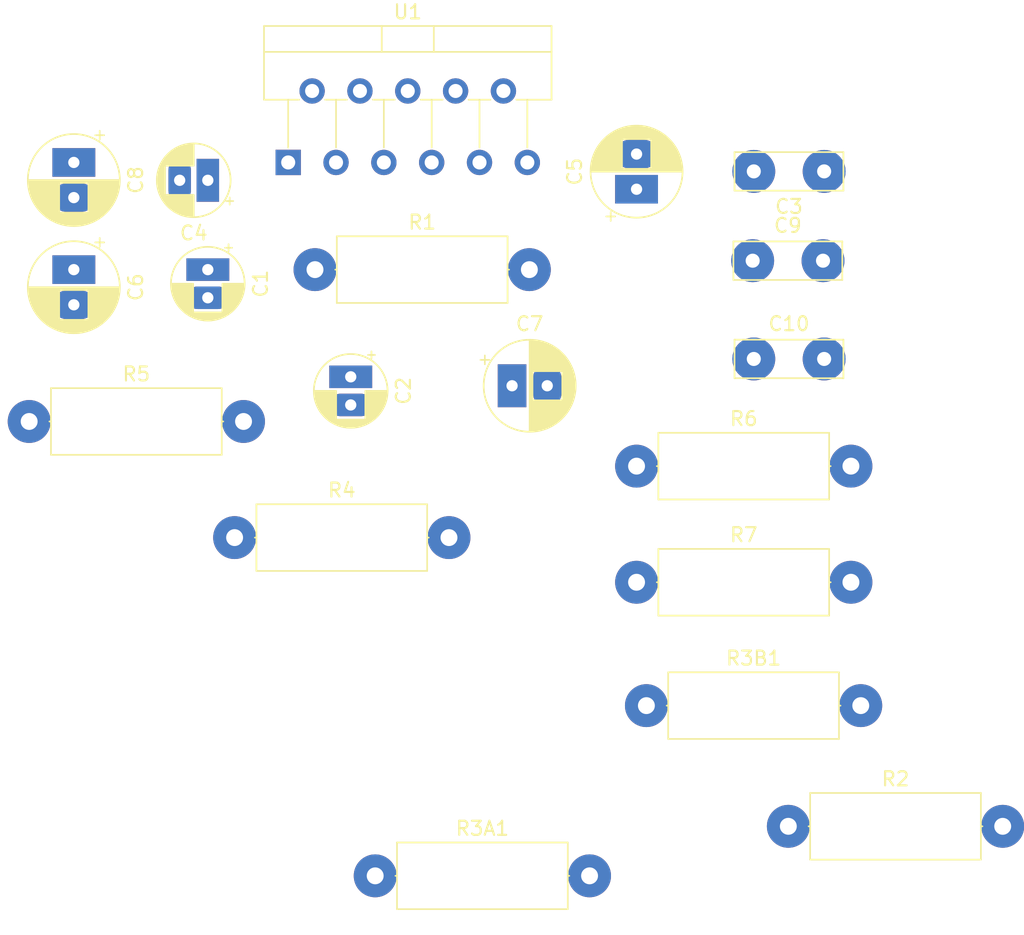
<source format=kicad_pcb>
(kicad_pcb (version 20211014) (generator pcbnew)
  (layers (0 "F.Cu" signal) (31 "B.Cu" signal) (34 "B.Paste" user) (35 "F.Paste" user) (36 "B.SilkS" user "B.Silkscreen") (37 "F.SilkS" user "F.Silkscreen") (38 "B.Mask" user) (39 "F.Mask" user) (44 "Edge.Cuts" user))
  (net 0 "")
  (net 1 "In+")
  (net 2 "Net-(C1-Pad1)")
  (net 3 "In-")
  (net 4 "Net-(C2-Pad1)")
  (net 5 "+15V")
  (net 6 "Net-(C4-Pad1)")
  (net 7 "Out+")
  (net 8 "Net-(C5-Pad1)")
  (net 9 "Net-(C6-Pad2)")
  (net 10 "Net-(C6-Pad1)")
  (net 11 "Out-")
  (net 12 "Net-(C7-Pad1)")
  (net 13 "Net-(C8-Pad2)")
  (net 14 "Net-(C8-Pad1)")
  (net 15 "Net-(C9-Pad2)")
  (net 16 "Net-(C10-Pad2)")
  (net 17 "Net-(R3A1-Pad2)")
  (footprint "My_Misc:CP_Radial_D5.0mm_P2.00mm_larger" (layer "F.Cu") (at 114.935 76.2 -90)
    (fp_text reference "C1" (at 1 -3.75 90) (layer "F.SilkS"))
    (fp_text value "2.2u/3V")
    (pad "1" thru_hole rect locked (at 0 0 270) (size 1.6 3.048) (drill 0.8) (layers *.Cu *.Mask) (net 2 "Net-(C1-Pad1)"))
    (pad "2" thru_hole oval locked (at 2 0 270) (size 1.6 3.048) (drill 0.8) (layers *.Cu *.Mask) (net 1 "In+"))
  )
  (footprint "My_Misc:CP_Radial_D5.0mm_P2.00mm_larger" (layer "F.Cu") (at 125.095 83.82 -90)
    (fp_text reference "C2" (at 1 -3.75 90) (layer "F.SilkS"))
    (fp_text value "2.2u/3V")
    (pad "1" thru_hole rect locked (at 0 0 270) (size 1.6 3.048) (drill 0.8) (layers *.Cu *.Mask) (net 4 "Net-(C2-Pad1)"))
    (pad "2" thru_hole oval locked (at 2 0 270) (size 1.6 3.048) (drill 0.8) (layers *.Cu *.Mask) (net 3 "In-"))
  )
  (footprint "My_Misc:C_Disc_D7.5mm_W2.5mm_P5.00mm_larger" (layer "F.Cu") (at 158.75 69.215 180)
    (fp_text reference "C3" (at 2.5 -2.5) (layer "F.SilkS"))
    (fp_text value "100n")
    (pad "1" thru_hole oval locked (at 0 0 180) (size 3.048 3.048) (drill 1) (layers *.Cu *.Mask) (net 3 "In-"))
    (pad "2" thru_hole oval locked (at 5 0 180) (size 3.048 3.048) (drill 1) (layers *.Cu *.Mask) (net 5 "+15V"))
  )
  (footprint "My_Misc:CP_Radial_D5.0mm_P2.00mm_larger" (layer "F.Cu") (at 114.935 69.85 180)
    (fp_text reference "C4" (at 1 -3.75) (layer "F.SilkS"))
    (fp_text value "10u")
    (pad "1" thru_hole rect locked (at 0 0 180) (size 1.6 3.048) (drill 0.8) (layers *.Cu *.Mask) (net 6 "Net-(C4-Pad1)"))
    (pad "2" thru_hole oval locked (at 2 0 180) (size 1.6 3.048) (drill 0.8) (layers *.Cu *.Mask) (net 3 "In-"))
  )
  (footprint "My_Misc:CP_Radial_D6.3mm_P2.50mm_large" (layer "F.Cu") (at 145.415 70.485 90)
    (fp_text reference "C5" (at 1.25 -4.4 90) (layer "F.SilkS"))
    (fp_text value "100u/10V")
    (pad "1" thru_hole rect locked (at 0 0 90) (size 2.032 3.048) (drill 0.8) (layers *.Cu *.Mask) (net 8 "Net-(C5-Pad1)"))
    (pad "2" thru_hole oval locked (at 2.5 0 90) (size 2.032 3.048) (drill 0.8) (layers *.Cu *.Mask) (net 7 "Out+"))
  )
  (footprint "My_Misc:CP_Radial_D6.3mm_P2.50mm_large" (layer "F.Cu") (at 105.41 76.2 -90)
    (fp_text reference "C6" (at 1.25 -4.4 90) (layer "F.SilkS"))
    (fp_text value "220u/3V")
    (pad "1" thru_hole rect locked (at 0 0 270) (size 2.032 3.048) (drill 0.8) (layers *.Cu *.Mask) (net 10 "Net-(C6-Pad1)"))
    (pad "2" thru_hole oval locked (at 2.5 0 270) (size 2.032 3.048) (drill 0.8) (layers *.Cu *.Mask) (net 9 "Net-(C6-Pad2)"))
  )
  (footprint "My_Misc:CP_Radial_D6.3mm_P2.50mm_large" (layer "F.Cu") (at 136.565 84.455)
    (fp_text reference "C7" (at 1.25 -4.4) (layer "F.SilkS"))
    (fp_text value "100u/10V")
    (pad "1" thru_hole rect locked (at 0 0) (size 2.032 3.048) (drill 0.8) (layers *.Cu *.Mask) (net 12 "Net-(C7-Pad1)"))
    (pad "2" thru_hole oval locked (at 2.5 0) (size 2.032 3.048) (drill 0.8) (layers *.Cu *.Mask) (net 11 "Out-"))
  )
  (footprint "My_Misc:CP_Radial_D6.3mm_P2.50mm_large" (layer "F.Cu") (at 105.41 68.58 -90)
    (fp_text reference "C8" (at 1.25 -4.4 90) (layer "F.SilkS"))
    (fp_text value "220u/3V")
    (pad "1" thru_hole rect locked (at 0 0 270) (size 2.032 3.048) (drill 0.8) (layers *.Cu *.Mask) (net 14 "Net-(C8-Pad1)"))
    (pad "2" thru_hole oval locked (at 2.5 0 270) (size 2.032 3.048) (drill 0.8) (layers *.Cu *.Mask) (net 13 "Net-(C8-Pad2)"))
  )
  (footprint "My_Misc:C_Disc_D7.5mm_W2.5mm_P5.00mm_larger" (layer "F.Cu") (at 153.67 75.565)
    (fp_text reference "C9" (at 2.5 -2.5) (layer "F.SilkS"))
    (fp_text value "100n")
    (pad "1" thru_hole oval locked (at 0 0) (size 3.048 3.048) (drill 1) (layers *.Cu *.Mask) (net 7 "Out+"))
    (pad "2" thru_hole oval locked (at 5 0) (size 3.048 3.048) (drill 1) (layers *.Cu *.Mask) (net 15 "Net-(C9-Pad2)"))
  )
  (footprint "My_Misc:C_Disc_D7.5mm_W2.5mm_P5.00mm_larger" (layer "F.Cu") (at 153.75 82.55)
    (fp_text reference "C10" (at 2.5 -2.5) (layer "F.SilkS"))
    (fp_text value "100n")
    (pad "1" thru_hole oval locked (at 0 0) (size 3.048 3.048) (drill 1) (layers *.Cu *.Mask) (net 11 "Out-"))
    (pad "2" thru_hole oval locked (at 5 0) (size 3.048 3.048) (drill 1) (layers *.Cu *.Mask) (net 16 "Net-(C10-Pad2)"))
  )
  (footprint "My_Misc:R_Axial_DIN0414_L11.9mm_D4.5mm_P15.24mm_Horizontal_larger" (layer "F.Cu") (at 122.555 76.2)
    (fp_text reference "R1" (at 7.62 -3.37) (layer "F.SilkS"))
    (fp_text value "120k")
    (pad "1" thru_hole oval locked (at 0 0) (size 3.048 3.048) (drill 1.2) (layers *.Cu *.Mask) (net 5 "+15V"))
    (pad "2" thru_hole oval locked (at 15.24 0) (size 3.048 3.048) (drill 1.2) (layers *.Cu *.Mask) (net 6 "Net-(C4-Pad1)"))
  )
  (footprint "My_Misc:R_Axial_DIN0414_L11.9mm_D4.5mm_P15.24mm_Horizontal_larger" (layer "F.Cu") (at 156.204224 115.775)
    (fp_text reference "R2" (at 7.62 -3.37) (layer "F.SilkS"))
    (fp_text value "1k")
    (pad "1" thru_hole oval locked (at 0 0) (size 3.048 3.048) (drill 1.2) (layers *.Cu *.Mask) (net 7 "Out+"))
    (pad "2" thru_hole oval locked (at 15.24 0) (size 3.048 3.048) (drill 1.2) (layers *.Cu *.Mask) (net 10 "Net-(C6-Pad1)"))
  )
  (footprint "My_Misc:R_Axial_DIN0414_L11.9mm_D4.5mm_P15.24mm_Horizontal_larger" (layer "F.Cu") (at 116.84 95.25)
    (fp_text reference "R4" (at 7.62 -3.37) (layer "F.SilkS"))
    (fp_text value "12R")
    (pad "1" thru_hole oval locked (at 0 0) (size 3.048 3.048) (drill 1.2) (layers *.Cu *.Mask) (net 10 "Net-(C6-Pad1)"))
    (pad "2" thru_hole oval locked (at 15.24 0) (size 3.048 3.048) (drill 1.2) (layers *.Cu *.Mask) (net 14 "Net-(C8-Pad1)"))
  )
  (footprint "My_Misc:R_Axial_DIN0414_L11.9mm_D4.5mm_P15.24mm_Horizontal_larger" (layer "F.Cu") (at 102.235 86.995)
    (fp_text reference "R5" (at 7.62 -3.37) (layer "F.SilkS"))
    (fp_text value "12R")
    (pad "1" thru_hole oval locked (at 0 0) (size 3.048 3.048) (drill 1.2) (layers *.Cu *.Mask) (net 10 "Net-(C6-Pad1)"))
    (pad "2" thru_hole oval locked (at 15.24 0) (size 3.048 3.048) (drill 1.2) (layers *.Cu *.Mask) (net 3 "In-"))
  )
  (footprint "My_Misc:R_Axial_DIN0414_L11.9mm_D4.5mm_P15.24mm_Horizontal_larger" (layer "F.Cu") (at 145.415 90.17)
    (fp_text reference "R6" (at 7.62 -3.37) (layer "F.SilkS"))
    (fp_text value "1R")
    (pad "1" thru_hole oval locked (at 0 0) (size 3.048 3.048) (drill 1.2) (layers *.Cu *.Mask) (net 15 "Net-(C9-Pad2)"))
    (pad "2" thru_hole oval locked (at 15.24 0) (size 3.048 3.048) (drill 1.2) (layers *.Cu *.Mask) (net 3 "In-"))
  )
  (footprint "My_Misc:R_Axial_DIN0414_L11.9mm_D4.5mm_P15.24mm_Horizontal_larger" (layer "F.Cu") (at 145.415 98.425)
    (fp_text reference "R7" (at 7.62 -3.37) (layer "F.SilkS"))
    (fp_text value "1R")
    (pad "1" thru_hole oval locked (at 0 0) (size 3.048 3.048) (drill 1.2) (layers *.Cu *.Mask) (net 16 "Net-(C10-Pad2)"))
    (pad "2" thru_hole oval locked (at 15.24 0) (size 3.048 3.048) (drill 1.2) (layers *.Cu *.Mask) (net 3 "In-"))
  )
  (footprint "My_Misc:R_Axial_DIN0414_L11.9mm_D4.5mm_P15.24mm_Horizontal_larger" (layer "F.Cu") (at 126.834224 119.295)
    (fp_text reference "R3A1" (at 7.62 -3.37) (layer "F.SilkS"))
    (fp_text value "1k")
    (pad "1" thru_hole oval locked (at 0 0) (size 3.048 3.048) (drill 1.2) (layers *.Cu *.Mask) (net 11 "Out-"))
    (pad "2" thru_hole oval locked (at 15.24 0) (size 3.048 3.048) (drill 1.2) (layers *.Cu *.Mask) (net 17 "Net-(R3A1-Pad2)"))
  )
  (footprint "My_Misc:R_Axial_DIN0414_L11.9mm_D4.5mm_P15.24mm_Horizontal_larger" (layer "F.Cu") (at 146.114224 107.195)
    (fp_text reference "R3B1" (at 7.62 -3.37) (layer "F.SilkS"))
    (fp_text value "1k")
    (pad "1" thru_hole oval locked (at 0 0) (size 3.048 3.048) (drill 1.2) (layers *.Cu *.Mask) (net 17 "Net-(R3A1-Pad2)"))
    (pad "2" thru_hole oval locked (at 15.24 0) (size 3.048 3.048) (drill 1.2) (layers *.Cu *.Mask) (net 14 "Net-(C8-Pad1)"))
  )
  (footprint "Package_TO_SOT_THT:TO-220-11_P3.4x5.08mm_StaggerOdd_Lead4.85mm_Vertical" (layer "F.Cu") (at 120.65 68.58)
    (fp_text reference "U1" (at 8.5 -10.7) (layer "F.SilkS"))
    (fp_text value "TDA2005")
    (pad "1" thru_hole rect locked (at 0 0) (size 1.8 1.8) (drill 1) (layers *.Cu *.Mask) (net 2 "Net-(C1-Pad1)"))
    (pad "2" thru_hole oval locked (at 1.7 -5.08) (size 1.8 1.8) (drill 1) (layers *.Cu *.Mask) (net 9 "Net-(C6-Pad2)"))
    (pad "3" thru_hole oval locked (at 3.4 0) (size 1.8 1.8) (drill 1) (layers *.Cu *.Mask) (net 6 "Net-(C4-Pad1)"))
    (pad "4" thru_hole oval locked (at 5.1 -5.08) (size 1.8 1.8) (drill 1) (layers *.Cu *.Mask) (net 13 "Net-(C8-Pad2)"))
    (pad "5" thru_hole oval locked (at 6.8 0) (size 1.8 1.8) (drill 1) (layers *.Cu *.Mask) (net 4 "Net-(C2-Pad1)"))
    (pad "6" thru_hole oval locked (at 8.5 -5.08) (size 1.8 1.8) (drill 1) (layers *.Cu *.Mask) (net 3 "In-"))
    (pad "7" thru_hole oval locked (at 10.2 0) (size 1.8 1.8) (drill 1) (layers *.Cu *.Mask) (net 12 "Net-(C7-Pad1)"))
    (pad "8" thru_hole oval locked (at 11.9 -5.08) (size 1.8 1.8) (drill 1) (layers *.Cu *.Mask) (net 11 "Out-"))
    (pad "9" thru_hole oval locked (at 13.6 0) (size 1.8 1.8) (drill 1) (layers *.Cu *.Mask) (net 5 "+15V"))
    (pad "10" thru_hole oval locked (at 15.3 -5.08) (size 1.8 1.8) (drill 1) (layers *.Cu *.Mask) (net 7 "Out+"))
    (pad "11" thru_hole oval locked (at 17 0) (size 1.8 1.8) (drill 1) (layers *.Cu *.Mask) (net 8 "Net-(C5-Pad1)"))
  )
)
</source>
